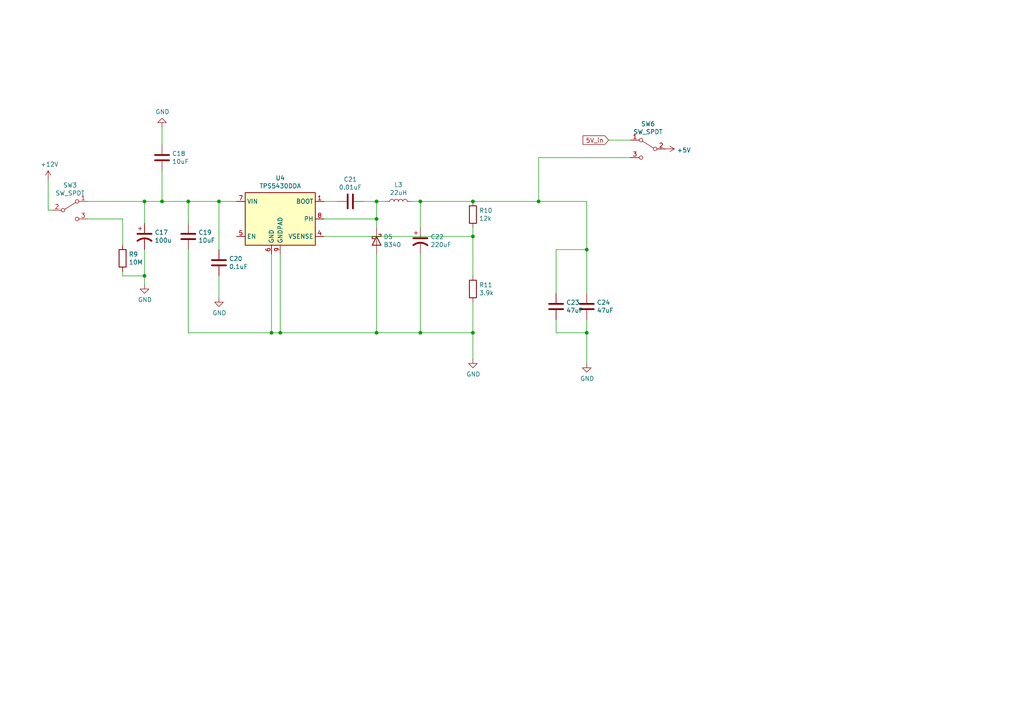
<source format=kicad_sch>
(kicad_sch (version 20230121) (generator eeschema)
  (paper "A4")
  (lib_symbols
    (symbol "Device:C" (pin_numbers hide) (pin_names (offset 0.254))
      (property "Reference" "C" (at 0.635 2.54 0))
      (property "Value" "C" (at 0.635 -2.54 0))
      (symbol "C_0_1"
        (polyline (pts (xy -2.032 -0.762) (xy 2.032 -0.762)) (stroke (width 0.508)))
        (polyline (pts (xy -2.032 0.762) (xy 2.032 0.762)) (stroke (width 0.508)))
      )
      (symbol "C_1_1"
        (pin passive line (at 0 3.81 270) (length 2.794) (name "~") (number "1"))
        (pin passive line (at 0 -3.81 90) (length 2.794) (name "~") (number "2"))
      )
    )
    (symbol "Device:L" (pin_numbers hide) (pin_names (offset 1.016) hide)
      (property "Reference" "L" (at -1.27 0 90))
      (property "Value" "L" (at 1.905 0 90))
      (symbol "L_0_1"
        (arc (start 0 -2.54) (mid 0.6323 -1.905) (end 0 -1.27))
        (arc (start 0 -1.27) (mid 0.6323 -0.635) (end 0 0))
        (arc (start 0 0) (mid 0.6323 0.635) (end 0 1.27))
        (arc (start 0 1.27) (mid 0.6323 1.905) (end 0 2.54))
      )
      (symbol "L_1_1"
        (pin passive line (at 0 3.81 270) (length 1.27) (name "1") (number "1"))
        (pin passive line (at 0 -3.81 90) (length 1.27) (name "2") (number "2"))
      )
    )
    (symbol "Device:R" (pin_numbers hide) (pin_names (offset 0))
      (property "Reference" "R" (at 2.032 0 90))
      (property "Value" "R" (at 0 0 90))
      (symbol "R_0_1"
        (rectangle (start -1.016 -2.54) (end 1.016 2.54) (stroke (width 0.254)))
      )
      (symbol "R_1_1"
        (pin passive line (at 0 3.81 270) (length 1.27) (name "~") (number "1"))
        (pin passive line (at 0 -3.81 90) (length 1.27) (name "~") (number "2"))
      )
    )
    (symbol "Diode:B340" (pin_numbers hide) (pin_names (offset 1.016) hide)
      (property "Reference" "D" (at 0 2.54 0))
      (property "Value" "B340" (at 0 -2.54 0))
      (symbol "B340_0_1"
        (polyline (pts (xy 1.27 0) (xy -1.27 0)))
        (polyline (pts (xy 1.27 1.27) (xy 1.27 -1.27) (xy -1.27 0) (xy 1.27 1.27)) (stroke (width 0.254)))
        (polyline (pts (xy -1.905 0.635) (xy -1.905 1.27) (xy -1.27 1.27) (xy -1.27 -1.27) (xy -0.635 -1.27) (xy -0.635 -0.635)) (stroke (width 0.254)))
      )
      (symbol "B340_1_1"
        (pin passive line (at -3.81 0 0) (length 2.54) (name "K") (number "1"))
        (pin passive line (at 3.81 0 180) (length 2.54) (name "A") (number "2"))
      )
    )
    (symbol "Regulator_Switching:TPS5430DDA"
      (property "Reference" "U" (at -10.16 8.89 0))
      (property "Value" "TPS5430DDA" (at -1.27 8.89 0))
      (symbol "TPS5430DDA_0_1"
        (rectangle (start -10.16 7.62) (end 10.16 -7.62) (stroke (width 0.254)) (fill (type background)))
      )
      (symbol "TPS5430DDA_1_1"
        (pin input line (at 12.7 5.08 180) (length 2.54) (name "BOOT") (number "1"))
        (pin no_connect line (at -10.16 2.54 0) (length 2.54) hide (name "NC") (number "2"))
        (pin no_connect line (at -10.16 -2.54 0) (length 2.54) hide (name "NC") (number "3"))
        (pin input line (at 12.7 -5.08 180) (length 2.54) (name "VSENSE") (number "4"))
        (pin input line (at -12.7 -5.08 0) (length 2.54) (name "EN") (number "5"))
        (pin power_in line (at -2.54 -10.16 90) (length 2.54) (name "GND") (number "6"))
        (pin power_in line (at -12.7 5.08 0) (length 2.54) (name "VIN") (number "7"))
        (pin output line (at 12.7 0 180) (length 2.54) (name "PH") (number "8"))
        (pin power_in line (at 0 -10.16 90) (length 2.54) (name "GNDPAD") (number "9"))
      )
    )
    (symbol "Switch:SW_SPDT" (pin_names (offset 0) hide)
      (property "Reference" "SW" (at 0 4.318 0))
      (property "Value" "SW_SPDT" (at 0 -5.08 0))
      (symbol "SW_SPDT_0_0"
        (circle (center -2.032 0) (radius 0.508))
        (circle (center 2.032 -2.54) (radius 0.508))
      )
      (symbol "SW_SPDT_0_1"
        (polyline (pts (xy -1.524 0.254) (xy 1.651 2.286)))
        (circle (center 2.032 2.54) (radius 0.508))
      )
      (symbol "SW_SPDT_1_1"
        (pin passive line (at 5.08 2.54 180) (length 2.54) (name "A") (number "1"))
        (pin passive line (at -5.08 0 0) (length 2.54) (name "B") (number "2"))
        (pin passive line (at 5.08 -2.54 180) (length 2.54) (name "C") (number "3"))
      )
    )
    (symbol "power:+12V" (power) (pin_names (offset 0))
      (property "Value" "+12V" (at 0 3.556 0))
      (symbol "+12V_0_1"
        (polyline (pts (xy -0.762 1.27) (xy 0 2.54)))
        (polyline (pts (xy 0 0) (xy 0 2.54)))
        (polyline (pts (xy 0 2.54) (xy 0.762 1.27)))
      )
      (symbol "+12V_1_1"
        (pin power_in line (at 0 0 90) (length 0) hide (name "+12V") (number "1"))
      )
    )
    (symbol "power:+5V" (power) (pin_names (offset 0))
      (property "Value" "+5V" (at 0 3.556 0))
      (symbol "+5V_0_1"
        (polyline (pts (xy -0.762 1.27) (xy 0 2.54)))
        (polyline (pts (xy 0 0) (xy 0 2.54)))
        (polyline (pts (xy 0 2.54) (xy 0.762 1.27)))
      )
      (symbol "+5V_1_1"
        (pin power_in line (at 0 0 90) (length 0) hide (name "+5V") (number "1"))
      )
    )
    (symbol "power:GND" (power) (pin_names (offset 0))
      (property "Value" "GND" (at 0 -3.81 0))
      (symbol "GND_0_1"
        (polyline (pts (xy 0 0) (xy 0 -1.27) (xy 1.27 -1.27) (xy 0 -2.54) (xy -1.27 -1.27) (xy 0 -1.27)))
      )
      (symbol "GND_1_1"
        (pin power_in line (at 0 0 270) (length 0) hide (name "GND") (number "1"))
      )
    )
    (symbol "tps61088-rescue:CP1-Device" (pin_numbers hide) (pin_names (offset 0.254) hide)
      (property "Reference" "C" (at 0.635 2.54 0))
      (property "Value" "CP1-Device" (at 0.635 -2.54 0))
      (symbol "CP1-Device_0_1"
        (polyline (pts (xy -2.032 0.762) (xy 2.032 0.762)) (stroke (width 0.508)))
        (polyline (pts (xy -1.778 2.286) (xy -0.762 2.286)))
        (polyline (pts (xy -1.27 1.778) (xy -1.27 2.794)))
        (arc (start 2.032 -1.27) (mid 0 -0.5572) (end -2.032 -1.27) (stroke (width 0.508)))
      )
      (symbol "CP1-Device_1_1"
        (pin passive line (at 0 3.81 270) (length 2.794) (name "~") (number "1"))
        (pin passive line (at 0 -3.81 90) (length 3.302) (name "~") (number "2"))
      )
    )
  )
  (junction (at 156.21 58.42))
  (junction (at 109.22 63.5))
  (junction (at 63.5 58.42))
  (junction (at 137.16 68.58))
  (junction (at 78.74 96.52))
  (junction (at 170.18 96.52))
  (junction (at 41.91 58.42))
  (junction (at 46.99 58.42))
  (junction (at 109.22 58.42))
  (junction (at 81.28 96.52))
  (junction (at 170.18 72.39))
  (junction (at 121.92 58.42))
  (junction (at 121.92 96.52))
  (junction (at 109.22 96.52))
  (junction (at 41.91 80.01))
  (junction (at 137.16 96.52))
  (junction (at 54.61 58.42))
  (junction (at 137.16 58.42))
  (wire (pts (xy 81.28 96.52) (xy 109.22 96.52)))
  (wire (pts (xy 35.56 78.74) (xy 35.56 80.01)))
  (wire (pts (xy 109.22 58.42) (xy 111.76 58.42)))
  (wire (pts (xy 25.4 58.42) (xy 41.91 58.42)))
  (wire (pts (xy 137.16 104.14) (xy 137.16 96.52)))
  (wire (pts (xy 161.29 85.09) (xy 161.29 72.39)))
  (wire (pts (xy 156.21 45.72) (xy 182.88 45.72)))
  (wire (pts (xy 63.5 58.42) (xy 63.5 72.39)))
  (wire (pts (xy 161.29 96.52) (xy 170.18 96.52)))
  (wire (pts (xy 63.5 58.42) (xy 68.58 58.42)))
  (wire (pts (xy 105.41 58.42) (xy 109.22 58.42)))
  (wire (pts (xy 41.91 58.42) (xy 46.99 58.42)))
  (wire (pts (xy 41.91 72.39) (xy 41.91 80.01)))
  (wire (pts (xy 170.18 85.09) (xy 170.18 72.39)))
  (wire (pts (xy 46.99 36.83) (xy 46.99 41.91)))
  (wire (pts (xy 46.99 49.53) (xy 46.99 58.42)))
  (wire (pts (xy 54.61 72.39) (xy 54.61 96.52)))
  (wire (pts (xy 137.16 68.58) (xy 137.16 80.01)))
  (wire (pts (xy 54.61 96.52) (xy 78.74 96.52)))
  (wire (pts (xy 35.56 63.5) (xy 35.56 71.12)))
  (wire (pts (xy 137.16 96.52) (xy 121.92 96.52)))
  (wire (pts (xy 13.97 52.07) (xy 13.97 60.96)))
  (wire (pts (xy 46.99 58.42) (xy 54.61 58.42)))
  (wire (pts (xy 161.29 72.39) (xy 170.18 72.39)))
  (wire (pts (xy 121.92 58.42) (xy 119.38 58.42)))
  (wire (pts (xy 78.74 96.52) (xy 81.28 96.52)))
  (wire (pts (xy 109.22 73.66) (xy 109.22 96.52)))
  (wire (pts (xy 97.79 58.42) (xy 93.98 58.42)))
  (wire (pts (xy 13.97 60.96) (xy 15.24 60.96)))
  (wire (pts (xy 35.56 63.5) (xy 25.4 63.5)))
  (wire (pts (xy 170.18 58.42) (xy 156.21 58.42)))
  (wire (pts (xy 170.18 96.52) (xy 170.18 105.41)))
  (wire (pts (xy 109.22 66.04) (xy 109.22 63.5)))
  (wire (pts (xy 156.21 58.42) (xy 137.16 58.42)))
  (wire (pts (xy 121.92 73.66) (xy 121.92 96.52)))
  (wire (pts (xy 54.61 58.42) (xy 63.5 58.42)))
  (wire (pts (xy 137.16 58.42) (xy 121.92 58.42)))
  (wire (pts (xy 176.53 40.64) (xy 182.88 40.64)))
  (wire (pts (xy 109.22 63.5) (xy 109.22 58.42)))
  (wire (pts (xy 137.16 66.04) (xy 137.16 68.58)))
  (wire (pts (xy 121.92 66.04) (xy 121.92 58.42)))
  (wire (pts (xy 161.29 92.71) (xy 161.29 96.52)))
  (wire (pts (xy 41.91 80.01) (xy 41.91 82.55)))
  (wire (pts (xy 81.28 73.66) (xy 81.28 96.52)))
  (wire (pts (xy 137.16 87.63) (xy 137.16 96.52)))
  (wire (pts (xy 170.18 72.39) (xy 170.18 58.42)))
  (wire (pts (xy 156.21 45.72) (xy 156.21 58.42)))
  (wire (pts (xy 78.74 73.66) (xy 78.74 96.52)))
  (wire (pts (xy 41.91 58.42) (xy 41.91 64.77)))
  (wire (pts (xy 35.56 80.01) (xy 41.91 80.01)))
  (wire (pts (xy 93.98 63.5) (xy 109.22 63.5)))
  (wire (pts (xy 109.22 96.52) (xy 121.92 96.52)))
  (wire (pts (xy 54.61 58.42) (xy 54.61 64.77)))
  (wire (pts (xy 170.18 92.71) (xy 170.18 96.52)))
  (wire (pts (xy 93.98 68.58) (xy 137.16 68.58)))
  (wire (pts (xy 63.5 86.36) (xy 63.5 80.01)))
  (global_label "5V_in" (shape input) (at 176.53 40.64 180) (property "Intersheetrefs" "${INTERSHEET_REFS}" (effects hide)))
  (symbol (lib_id "tps61088-rescue:CP1-Device") (at 41.91 68.58 0) (unit 1)
    (property "Reference" "C17" (at 44.831 67.4116 0) (effects (justify left)))
    (property "Value" "100u" (at 44.831 69.723 0) (effects (justify left)))
    (property "Footprint" "Capacitor_THT:CP_Radial_D5.0mm_P2.00mm" (effects hide))
  )
  (symbol (lib_id "Device:C") (at 101.6 58.42 90) (unit 1)
    (property "Reference" "C21" (at 101.6 52.0192 90))
    (property "Value" "0.01uF" (at 101.6 54.3306 90))
    (property "Footprint" "Capacitor_SMD:C_0402_1005Metric" (effects hide))
  )
  (symbol (lib_id "Device:R") (at 137.16 83.82 0) (unit 1)
    (property "Reference" "R11" (at 138.938 82.6516 0) (effects (justify left)))
    (property "Value" "3.9k" (at 138.938 84.963 0) (effects (justify left)))
    (property "Footprint" "Resistor_SMD:R_0402_1005Metric" (effects hide))
  )
  (symbol (lib_id "power:+5V") (at 193.04 43.18 270) (unit 1)
    (property "Reference" "#PWR020" (effects hide))
    (property "Value" "+5V" (at 196.2912 43.561 90) (effects (justify left)))
  )
  (symbol (lib_id "power:GND") (at 170.18 105.41 0) (unit 1)
    (property "Reference" "#PWR021" (effects hide))
    (property "Value" "GND" (at 170.307 109.8042 0))
  )
  (symbol (lib_id "Device:R") (at 35.56 74.93 0) (unit 1)
    (property "Reference" "R9" (at 37.338 73.7616 0) (effects (justify left)))
    (property "Value" "10M" (at 37.338 76.073 0) (effects (justify left)))
    (property "Footprint" "Resistor_SMD:R_0402_1005Metric" (effects hide))
  )
  (symbol (lib_id "Regulator_Switching:TPS5430DDA") (at 81.28 63.5 0) (unit 1)
    (property "Reference" "U4" (at 81.28 51.6382 0))
    (property "Value" "TPS5430DDA" (at 81.28 53.9496 0))
    (property "Footprint" "Package_SO:TI_SO-PowerPAD-8_ThermalVias" (effects hide))
    (property "Datasheet" "http://www.ti.com/lit/ds/symlink/tps5430.pdf" (effects hide))
  )
  (symbol (lib_id "Diode:B340") (at 109.22 69.85 270) (unit 1)
    (property "Reference" "D5" (at 111.252 68.6816 90) (effects (justify left)))
    (property "Value" "B340" (at 111.252 70.993 90) (effects (justify left)))
    (property "Footprint" "Diode_SMD:D_SMA" (effects hide))
    (property "Datasheet" "http://www.jameco.com/Jameco/Products/ProdDS/1538777.pdf" (effects hide))
  )
  (symbol (lib_id "Device:R") (at 137.16 62.23 0) (unit 1)
    (property "Reference" "R10" (at 138.938 61.0616 0) (effects (justify left)))
    (property "Value" "12k" (at 138.938 63.373 0) (effects (justify left)))
    (property "Footprint" "Resistor_SMD:R_0402_1005Metric" (effects hide))
  )
  (symbol (lib_id "Device:C") (at 63.5 76.2 0) (unit 1)
    (property "Reference" "C20" (at 66.421 75.0316 0) (effects (justify left)))
    (property "Value" "0.1uF" (at 66.421 77.343 0) (effects (justify left)))
    (property "Footprint" "Capacitor_SMD:C_0402_1005Metric" (effects hide))
  )
  (symbol (lib_id "Device:C") (at 46.99 45.72 0) (unit 1)
    (property "Reference" "C18" (at 49.911 44.5516 0) (effects (justify left)))
    (property "Value" "10uF" (at 49.911 46.863 0) (effects (justify left)))
    (property "Footprint" "Capacitor_SMD:C_0603_1608Metric" (effects hide))
  )
  (symbol (lib_id "power:GND") (at 41.91 82.55 0) (unit 1)
    (property "Reference" "#PWR016" (effects hide))
    (property "Value" "GND" (at 42.037 86.9442 0))
  )
  (symbol (lib_id "power:GND") (at 46.99 36.83 0) (mirror x) (unit 1)
    (property "Reference" "#PWR017" (effects hide))
    (property "Value" "GND" (at 47.117 32.4358 0))
  )
  (symbol (lib_id "power:GND") (at 63.5 86.36 0) (unit 1)
    (property "Reference" "#PWR018" (effects hide))
    (property "Value" "GND" (at 63.627 90.7542 0))
  )
  (symbol (lib_id "power:GND") (at 137.16 104.14 0) (unit 1)
    (property "Reference" "#PWR019" (effects hide))
    (property "Value" "GND" (at 137.287 108.5342 0))
  )
  (symbol (lib_id "tps61088-rescue:CP1-Device") (at 121.92 69.85 0) (unit 1)
    (property "Reference" "C22" (at 124.841 68.6816 0) (effects (justify left)))
    (property "Value" "220uF" (at 124.841 70.993 0) (effects (justify left)))
    (property "Footprint" "Capacitor_THT:CP_Radial_D6.3mm_P2.50mm" (effects hide))
  )
  (symbol (lib_id "Device:C") (at 54.61 68.58 0) (unit 1)
    (property "Reference" "C19" (at 57.531 67.4116 0) (effects (justify left)))
    (property "Value" "10uF" (at 57.531 69.723 0) (effects (justify left)))
    (property "Footprint" "Capacitor_SMD:C_0603_1608Metric" (effects hide))
  )
  (symbol (lib_id "Device:C") (at 161.29 88.9 0) (unit 1)
    (property "Reference" "C23" (at 164.211 87.7316 0) (effects (justify left)))
    (property "Value" "47uF" (at 164.211 90.043 0) (effects (justify left)))
    (property "Footprint" "Capacitor_SMD:C_1206_3216Metric" (effects hide))
  )
  (symbol (lib_id "Device:C") (at 170.18 88.9 0) (unit 1)
    (property "Reference" "C24" (at 173.101 87.7316 0) (effects (justify left)))
    (property "Value" "47uF" (at 173.101 90.043 0) (effects (justify left)))
    (property "Footprint" "Capacitor_SMD:C_1206_3216Metric" (effects hide))
  )
  (symbol (lib_id "Device:L") (at 115.57 58.42 90) (unit 1)
    (property "Reference" "L3" (at 115.57 53.594 90))
    (property "Value" "22uH" (at 115.57 55.9054 90))
    (property "Footprint" "Inductor_SMD:L_7.3x7.3_H3.5" (effects hide))
  )
  (symbol (lib_id "power:+12V") (at 13.97 52.07 0) (unit 1)
    (property "Reference" "#PWR015" (effects hide))
    (property "Value" "+12V" (at 14.351 47.6758 0))
  )
  (symbol (lib_id "Switch:SW_SPDT") (at 20.32 60.96 0) (unit 1)
    (property "Reference" "SW3" (at 20.32 53.721 0))
    (property "Value" "SW_SPDT" (at 20.32 56.0324 0))
    (property "Footprint" "Button_Switch_THT:SW_CuK_OS102011MA1QN1_SPDT_Angled" (effects hide))
  )
  (symbol (lib_id "Switch:SW_SPDT") (at 187.96 43.18 0) (mirror y) (unit 1)
    (property "Reference" "SW6" (at 187.96 35.941 0))
    (property "Value" "SW_SPDT" (at 187.96 38.2524 0))
    (property "Footprint" "Button_Switch_THT:SW_CuK_OS102011MA1QN1_SPDT_Angled" (effects hide))
  )
)
</source>
